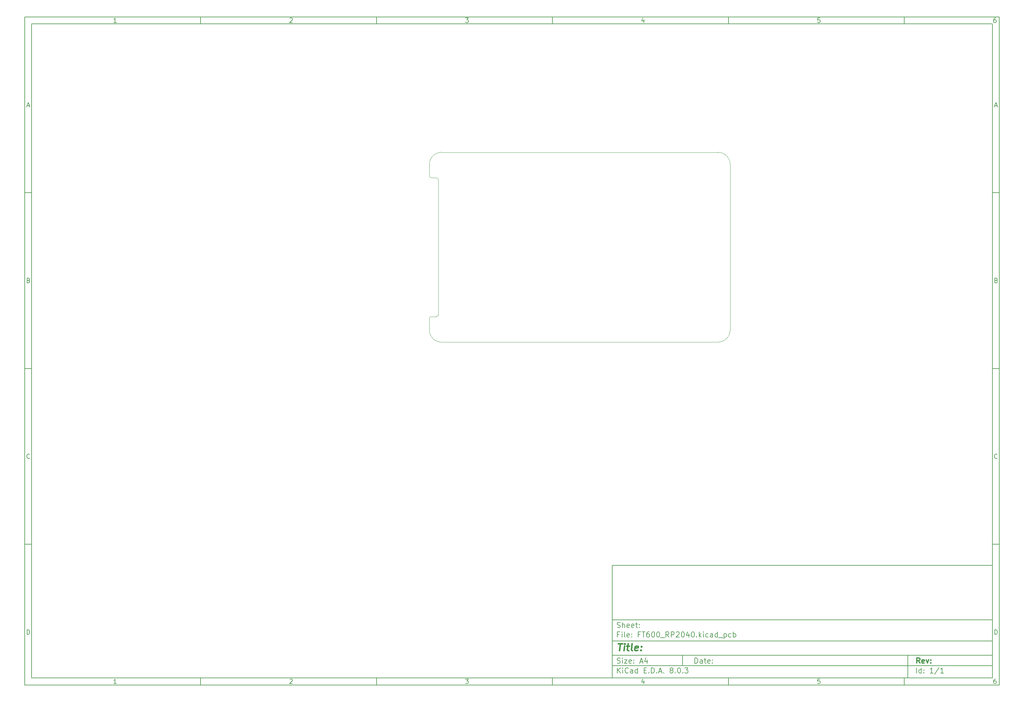
<source format=gbr>
%TF.GenerationSoftware,KiCad,Pcbnew,8.0.3-8.0.3-0~ubuntu22.04.1*%
%TF.CreationDate,2024-09-16T11:35:52+02:00*%
%TF.ProjectId,FT600_RP2040,46543630-305f-4525-9032-3034302e6b69,rev?*%
%TF.SameCoordinates,PX7735940PY61c06a0*%
%TF.FileFunction,Profile,NP*%
%FSLAX46Y46*%
G04 Gerber Fmt 4.6, Leading zero omitted, Abs format (unit mm)*
G04 Created by KiCad (PCBNEW 8.0.3-8.0.3-0~ubuntu22.04.1) date 2024-09-16 11:35:52*
%MOMM*%
%LPD*%
G01*
G04 APERTURE LIST*
%ADD10C,0.100000*%
%ADD11C,0.150000*%
%ADD12C,0.300000*%
%ADD13C,0.400000*%
%TA.AperFunction,Profile*%
%ADD14C,0.100000*%
%TD*%
G04 APERTURE END LIST*
D10*
D11*
X52002200Y-63507200D02*
X160002200Y-63507200D01*
X160002200Y-95507200D01*
X52002200Y-95507200D01*
X52002200Y-63507200D01*
D10*
D11*
X-115000000Y92500000D02*
X162002200Y92500000D01*
X162002200Y-97507200D01*
X-115000000Y-97507200D01*
X-115000000Y92500000D01*
D10*
D11*
X-113000000Y90500000D02*
X160002200Y90500000D01*
X160002200Y-95507200D01*
X-113000000Y-95507200D01*
X-113000000Y90500000D01*
D10*
D11*
X-65000000Y90500000D02*
X-65000000Y92500000D01*
D10*
D11*
X-15000000Y90500000D02*
X-15000000Y92500000D01*
D10*
D11*
X35000000Y90500000D02*
X35000000Y92500000D01*
D10*
D11*
X85000000Y90500000D02*
X85000000Y92500000D01*
D10*
D11*
X135000000Y90500000D02*
X135000000Y92500000D01*
D10*
D11*
X-88910840Y90906396D02*
X-89653697Y90906396D01*
X-89282269Y90906396D02*
X-89282269Y92206396D01*
X-89282269Y92206396D02*
X-89406078Y92020681D01*
X-89406078Y92020681D02*
X-89529888Y91896872D01*
X-89529888Y91896872D02*
X-89653697Y91834967D01*
D10*
D11*
X-39653697Y92082586D02*
X-39591793Y92144491D01*
X-39591793Y92144491D02*
X-39467983Y92206396D01*
X-39467983Y92206396D02*
X-39158459Y92206396D01*
X-39158459Y92206396D02*
X-39034650Y92144491D01*
X-39034650Y92144491D02*
X-38972745Y92082586D01*
X-38972745Y92082586D02*
X-38910840Y91958777D01*
X-38910840Y91958777D02*
X-38910840Y91834967D01*
X-38910840Y91834967D02*
X-38972745Y91649253D01*
X-38972745Y91649253D02*
X-39715602Y90906396D01*
X-39715602Y90906396D02*
X-38910840Y90906396D01*
D10*
D11*
X10284398Y92206396D02*
X11089160Y92206396D01*
X11089160Y92206396D02*
X10655826Y91711158D01*
X10655826Y91711158D02*
X10841541Y91711158D01*
X10841541Y91711158D02*
X10965350Y91649253D01*
X10965350Y91649253D02*
X11027255Y91587348D01*
X11027255Y91587348D02*
X11089160Y91463539D01*
X11089160Y91463539D02*
X11089160Y91154015D01*
X11089160Y91154015D02*
X11027255Y91030205D01*
X11027255Y91030205D02*
X10965350Y90968300D01*
X10965350Y90968300D02*
X10841541Y90906396D01*
X10841541Y90906396D02*
X10470112Y90906396D01*
X10470112Y90906396D02*
X10346303Y90968300D01*
X10346303Y90968300D02*
X10284398Y91030205D01*
D10*
D11*
X60965350Y91773062D02*
X60965350Y90906396D01*
X60655826Y92268300D02*
X60346303Y91339729D01*
X60346303Y91339729D02*
X61151064Y91339729D01*
D10*
D11*
X111027255Y92206396D02*
X110408207Y92206396D01*
X110408207Y92206396D02*
X110346303Y91587348D01*
X110346303Y91587348D02*
X110408207Y91649253D01*
X110408207Y91649253D02*
X110532017Y91711158D01*
X110532017Y91711158D02*
X110841541Y91711158D01*
X110841541Y91711158D02*
X110965350Y91649253D01*
X110965350Y91649253D02*
X111027255Y91587348D01*
X111027255Y91587348D02*
X111089160Y91463539D01*
X111089160Y91463539D02*
X111089160Y91154015D01*
X111089160Y91154015D02*
X111027255Y91030205D01*
X111027255Y91030205D02*
X110965350Y90968300D01*
X110965350Y90968300D02*
X110841541Y90906396D01*
X110841541Y90906396D02*
X110532017Y90906396D01*
X110532017Y90906396D02*
X110408207Y90968300D01*
X110408207Y90968300D02*
X110346303Y91030205D01*
D10*
D11*
X160965350Y92206396D02*
X160717731Y92206396D01*
X160717731Y92206396D02*
X160593922Y92144491D01*
X160593922Y92144491D02*
X160532017Y92082586D01*
X160532017Y92082586D02*
X160408207Y91896872D01*
X160408207Y91896872D02*
X160346303Y91649253D01*
X160346303Y91649253D02*
X160346303Y91154015D01*
X160346303Y91154015D02*
X160408207Y91030205D01*
X160408207Y91030205D02*
X160470112Y90968300D01*
X160470112Y90968300D02*
X160593922Y90906396D01*
X160593922Y90906396D02*
X160841541Y90906396D01*
X160841541Y90906396D02*
X160965350Y90968300D01*
X160965350Y90968300D02*
X161027255Y91030205D01*
X161027255Y91030205D02*
X161089160Y91154015D01*
X161089160Y91154015D02*
X161089160Y91463539D01*
X161089160Y91463539D02*
X161027255Y91587348D01*
X161027255Y91587348D02*
X160965350Y91649253D01*
X160965350Y91649253D02*
X160841541Y91711158D01*
X160841541Y91711158D02*
X160593922Y91711158D01*
X160593922Y91711158D02*
X160470112Y91649253D01*
X160470112Y91649253D02*
X160408207Y91587348D01*
X160408207Y91587348D02*
X160346303Y91463539D01*
D10*
D11*
X-65000000Y-95507200D02*
X-65000000Y-97507200D01*
D10*
D11*
X-15000000Y-95507200D02*
X-15000000Y-97507200D01*
D10*
D11*
X35000000Y-95507200D02*
X35000000Y-97507200D01*
D10*
D11*
X85000000Y-95507200D02*
X85000000Y-97507200D01*
D10*
D11*
X135000000Y-95507200D02*
X135000000Y-97507200D01*
D10*
D11*
X-88910840Y-97100804D02*
X-89653697Y-97100804D01*
X-89282269Y-97100804D02*
X-89282269Y-95800804D01*
X-89282269Y-95800804D02*
X-89406078Y-95986519D01*
X-89406078Y-95986519D02*
X-89529888Y-96110328D01*
X-89529888Y-96110328D02*
X-89653697Y-96172233D01*
D10*
D11*
X-39653697Y-95924614D02*
X-39591793Y-95862709D01*
X-39591793Y-95862709D02*
X-39467983Y-95800804D01*
X-39467983Y-95800804D02*
X-39158459Y-95800804D01*
X-39158459Y-95800804D02*
X-39034650Y-95862709D01*
X-39034650Y-95862709D02*
X-38972745Y-95924614D01*
X-38972745Y-95924614D02*
X-38910840Y-96048423D01*
X-38910840Y-96048423D02*
X-38910840Y-96172233D01*
X-38910840Y-96172233D02*
X-38972745Y-96357947D01*
X-38972745Y-96357947D02*
X-39715602Y-97100804D01*
X-39715602Y-97100804D02*
X-38910840Y-97100804D01*
D10*
D11*
X10284398Y-95800804D02*
X11089160Y-95800804D01*
X11089160Y-95800804D02*
X10655826Y-96296042D01*
X10655826Y-96296042D02*
X10841541Y-96296042D01*
X10841541Y-96296042D02*
X10965350Y-96357947D01*
X10965350Y-96357947D02*
X11027255Y-96419852D01*
X11027255Y-96419852D02*
X11089160Y-96543661D01*
X11089160Y-96543661D02*
X11089160Y-96853185D01*
X11089160Y-96853185D02*
X11027255Y-96976995D01*
X11027255Y-96976995D02*
X10965350Y-97038900D01*
X10965350Y-97038900D02*
X10841541Y-97100804D01*
X10841541Y-97100804D02*
X10470112Y-97100804D01*
X10470112Y-97100804D02*
X10346303Y-97038900D01*
X10346303Y-97038900D02*
X10284398Y-96976995D01*
D10*
D11*
X60965350Y-96234138D02*
X60965350Y-97100804D01*
X60655826Y-95738900D02*
X60346303Y-96667471D01*
X60346303Y-96667471D02*
X61151064Y-96667471D01*
D10*
D11*
X111027255Y-95800804D02*
X110408207Y-95800804D01*
X110408207Y-95800804D02*
X110346303Y-96419852D01*
X110346303Y-96419852D02*
X110408207Y-96357947D01*
X110408207Y-96357947D02*
X110532017Y-96296042D01*
X110532017Y-96296042D02*
X110841541Y-96296042D01*
X110841541Y-96296042D02*
X110965350Y-96357947D01*
X110965350Y-96357947D02*
X111027255Y-96419852D01*
X111027255Y-96419852D02*
X111089160Y-96543661D01*
X111089160Y-96543661D02*
X111089160Y-96853185D01*
X111089160Y-96853185D02*
X111027255Y-96976995D01*
X111027255Y-96976995D02*
X110965350Y-97038900D01*
X110965350Y-97038900D02*
X110841541Y-97100804D01*
X110841541Y-97100804D02*
X110532017Y-97100804D01*
X110532017Y-97100804D02*
X110408207Y-97038900D01*
X110408207Y-97038900D02*
X110346303Y-96976995D01*
D10*
D11*
X160965350Y-95800804D02*
X160717731Y-95800804D01*
X160717731Y-95800804D02*
X160593922Y-95862709D01*
X160593922Y-95862709D02*
X160532017Y-95924614D01*
X160532017Y-95924614D02*
X160408207Y-96110328D01*
X160408207Y-96110328D02*
X160346303Y-96357947D01*
X160346303Y-96357947D02*
X160346303Y-96853185D01*
X160346303Y-96853185D02*
X160408207Y-96976995D01*
X160408207Y-96976995D02*
X160470112Y-97038900D01*
X160470112Y-97038900D02*
X160593922Y-97100804D01*
X160593922Y-97100804D02*
X160841541Y-97100804D01*
X160841541Y-97100804D02*
X160965350Y-97038900D01*
X160965350Y-97038900D02*
X161027255Y-96976995D01*
X161027255Y-96976995D02*
X161089160Y-96853185D01*
X161089160Y-96853185D02*
X161089160Y-96543661D01*
X161089160Y-96543661D02*
X161027255Y-96419852D01*
X161027255Y-96419852D02*
X160965350Y-96357947D01*
X160965350Y-96357947D02*
X160841541Y-96296042D01*
X160841541Y-96296042D02*
X160593922Y-96296042D01*
X160593922Y-96296042D02*
X160470112Y-96357947D01*
X160470112Y-96357947D02*
X160408207Y-96419852D01*
X160408207Y-96419852D02*
X160346303Y-96543661D01*
D10*
D11*
X-115000000Y42500000D02*
X-113000000Y42500000D01*
D10*
D11*
X-115000000Y-7500000D02*
X-113000000Y-7500000D01*
D10*
D11*
X-115000000Y-57500000D02*
X-113000000Y-57500000D01*
D10*
D11*
X-114309524Y67277824D02*
X-113690477Y67277824D01*
X-114433334Y66906396D02*
X-114000001Y68206396D01*
X-114000001Y68206396D02*
X-113566667Y66906396D01*
D10*
D11*
X-113907143Y17587348D02*
X-113721429Y17525443D01*
X-113721429Y17525443D02*
X-113659524Y17463539D01*
X-113659524Y17463539D02*
X-113597620Y17339729D01*
X-113597620Y17339729D02*
X-113597620Y17154015D01*
X-113597620Y17154015D02*
X-113659524Y17030205D01*
X-113659524Y17030205D02*
X-113721429Y16968300D01*
X-113721429Y16968300D02*
X-113845239Y16906396D01*
X-113845239Y16906396D02*
X-114340477Y16906396D01*
X-114340477Y16906396D02*
X-114340477Y18206396D01*
X-114340477Y18206396D02*
X-113907143Y18206396D01*
X-113907143Y18206396D02*
X-113783334Y18144491D01*
X-113783334Y18144491D02*
X-113721429Y18082586D01*
X-113721429Y18082586D02*
X-113659524Y17958777D01*
X-113659524Y17958777D02*
X-113659524Y17834967D01*
X-113659524Y17834967D02*
X-113721429Y17711158D01*
X-113721429Y17711158D02*
X-113783334Y17649253D01*
X-113783334Y17649253D02*
X-113907143Y17587348D01*
X-113907143Y17587348D02*
X-114340477Y17587348D01*
D10*
D11*
X-113597620Y-32969795D02*
X-113659524Y-33031700D01*
X-113659524Y-33031700D02*
X-113845239Y-33093604D01*
X-113845239Y-33093604D02*
X-113969048Y-33093604D01*
X-113969048Y-33093604D02*
X-114154762Y-33031700D01*
X-114154762Y-33031700D02*
X-114278572Y-32907890D01*
X-114278572Y-32907890D02*
X-114340477Y-32784080D01*
X-114340477Y-32784080D02*
X-114402381Y-32536461D01*
X-114402381Y-32536461D02*
X-114402381Y-32350747D01*
X-114402381Y-32350747D02*
X-114340477Y-32103128D01*
X-114340477Y-32103128D02*
X-114278572Y-31979319D01*
X-114278572Y-31979319D02*
X-114154762Y-31855509D01*
X-114154762Y-31855509D02*
X-113969048Y-31793604D01*
X-113969048Y-31793604D02*
X-113845239Y-31793604D01*
X-113845239Y-31793604D02*
X-113659524Y-31855509D01*
X-113659524Y-31855509D02*
X-113597620Y-31917414D01*
D10*
D11*
X-114340477Y-83093604D02*
X-114340477Y-81793604D01*
X-114340477Y-81793604D02*
X-114030953Y-81793604D01*
X-114030953Y-81793604D02*
X-113845239Y-81855509D01*
X-113845239Y-81855509D02*
X-113721429Y-81979319D01*
X-113721429Y-81979319D02*
X-113659524Y-82103128D01*
X-113659524Y-82103128D02*
X-113597620Y-82350747D01*
X-113597620Y-82350747D02*
X-113597620Y-82536461D01*
X-113597620Y-82536461D02*
X-113659524Y-82784080D01*
X-113659524Y-82784080D02*
X-113721429Y-82907890D01*
X-113721429Y-82907890D02*
X-113845239Y-83031700D01*
X-113845239Y-83031700D02*
X-114030953Y-83093604D01*
X-114030953Y-83093604D02*
X-114340477Y-83093604D01*
D10*
D11*
X162002200Y42500000D02*
X160002200Y42500000D01*
D10*
D11*
X162002200Y-7500000D02*
X160002200Y-7500000D01*
D10*
D11*
X162002200Y-57500000D02*
X160002200Y-57500000D01*
D10*
D11*
X160692676Y67277824D02*
X161311723Y67277824D01*
X160568866Y66906396D02*
X161002199Y68206396D01*
X161002199Y68206396D02*
X161435533Y66906396D01*
D10*
D11*
X161095057Y17587348D02*
X161280771Y17525443D01*
X161280771Y17525443D02*
X161342676Y17463539D01*
X161342676Y17463539D02*
X161404580Y17339729D01*
X161404580Y17339729D02*
X161404580Y17154015D01*
X161404580Y17154015D02*
X161342676Y17030205D01*
X161342676Y17030205D02*
X161280771Y16968300D01*
X161280771Y16968300D02*
X161156961Y16906396D01*
X161156961Y16906396D02*
X160661723Y16906396D01*
X160661723Y16906396D02*
X160661723Y18206396D01*
X160661723Y18206396D02*
X161095057Y18206396D01*
X161095057Y18206396D02*
X161218866Y18144491D01*
X161218866Y18144491D02*
X161280771Y18082586D01*
X161280771Y18082586D02*
X161342676Y17958777D01*
X161342676Y17958777D02*
X161342676Y17834967D01*
X161342676Y17834967D02*
X161280771Y17711158D01*
X161280771Y17711158D02*
X161218866Y17649253D01*
X161218866Y17649253D02*
X161095057Y17587348D01*
X161095057Y17587348D02*
X160661723Y17587348D01*
D10*
D11*
X161404580Y-32969795D02*
X161342676Y-33031700D01*
X161342676Y-33031700D02*
X161156961Y-33093604D01*
X161156961Y-33093604D02*
X161033152Y-33093604D01*
X161033152Y-33093604D02*
X160847438Y-33031700D01*
X160847438Y-33031700D02*
X160723628Y-32907890D01*
X160723628Y-32907890D02*
X160661723Y-32784080D01*
X160661723Y-32784080D02*
X160599819Y-32536461D01*
X160599819Y-32536461D02*
X160599819Y-32350747D01*
X160599819Y-32350747D02*
X160661723Y-32103128D01*
X160661723Y-32103128D02*
X160723628Y-31979319D01*
X160723628Y-31979319D02*
X160847438Y-31855509D01*
X160847438Y-31855509D02*
X161033152Y-31793604D01*
X161033152Y-31793604D02*
X161156961Y-31793604D01*
X161156961Y-31793604D02*
X161342676Y-31855509D01*
X161342676Y-31855509D02*
X161404580Y-31917414D01*
D10*
D11*
X160661723Y-83093604D02*
X160661723Y-81793604D01*
X160661723Y-81793604D02*
X160971247Y-81793604D01*
X160971247Y-81793604D02*
X161156961Y-81855509D01*
X161156961Y-81855509D02*
X161280771Y-81979319D01*
X161280771Y-81979319D02*
X161342676Y-82103128D01*
X161342676Y-82103128D02*
X161404580Y-82350747D01*
X161404580Y-82350747D02*
X161404580Y-82536461D01*
X161404580Y-82536461D02*
X161342676Y-82784080D01*
X161342676Y-82784080D02*
X161280771Y-82907890D01*
X161280771Y-82907890D02*
X161156961Y-83031700D01*
X161156961Y-83031700D02*
X160971247Y-83093604D01*
X160971247Y-83093604D02*
X160661723Y-83093604D01*
D10*
D11*
X75458026Y-91293328D02*
X75458026Y-89793328D01*
X75458026Y-89793328D02*
X75815169Y-89793328D01*
X75815169Y-89793328D02*
X76029455Y-89864757D01*
X76029455Y-89864757D02*
X76172312Y-90007614D01*
X76172312Y-90007614D02*
X76243741Y-90150471D01*
X76243741Y-90150471D02*
X76315169Y-90436185D01*
X76315169Y-90436185D02*
X76315169Y-90650471D01*
X76315169Y-90650471D02*
X76243741Y-90936185D01*
X76243741Y-90936185D02*
X76172312Y-91079042D01*
X76172312Y-91079042D02*
X76029455Y-91221900D01*
X76029455Y-91221900D02*
X75815169Y-91293328D01*
X75815169Y-91293328D02*
X75458026Y-91293328D01*
X77600884Y-91293328D02*
X77600884Y-90507614D01*
X77600884Y-90507614D02*
X77529455Y-90364757D01*
X77529455Y-90364757D02*
X77386598Y-90293328D01*
X77386598Y-90293328D02*
X77100884Y-90293328D01*
X77100884Y-90293328D02*
X76958026Y-90364757D01*
X77600884Y-91221900D02*
X77458026Y-91293328D01*
X77458026Y-91293328D02*
X77100884Y-91293328D01*
X77100884Y-91293328D02*
X76958026Y-91221900D01*
X76958026Y-91221900D02*
X76886598Y-91079042D01*
X76886598Y-91079042D02*
X76886598Y-90936185D01*
X76886598Y-90936185D02*
X76958026Y-90793328D01*
X76958026Y-90793328D02*
X77100884Y-90721900D01*
X77100884Y-90721900D02*
X77458026Y-90721900D01*
X77458026Y-90721900D02*
X77600884Y-90650471D01*
X78100884Y-90293328D02*
X78672312Y-90293328D01*
X78315169Y-89793328D02*
X78315169Y-91079042D01*
X78315169Y-91079042D02*
X78386598Y-91221900D01*
X78386598Y-91221900D02*
X78529455Y-91293328D01*
X78529455Y-91293328D02*
X78672312Y-91293328D01*
X79743741Y-91221900D02*
X79600884Y-91293328D01*
X79600884Y-91293328D02*
X79315170Y-91293328D01*
X79315170Y-91293328D02*
X79172312Y-91221900D01*
X79172312Y-91221900D02*
X79100884Y-91079042D01*
X79100884Y-91079042D02*
X79100884Y-90507614D01*
X79100884Y-90507614D02*
X79172312Y-90364757D01*
X79172312Y-90364757D02*
X79315170Y-90293328D01*
X79315170Y-90293328D02*
X79600884Y-90293328D01*
X79600884Y-90293328D02*
X79743741Y-90364757D01*
X79743741Y-90364757D02*
X79815170Y-90507614D01*
X79815170Y-90507614D02*
X79815170Y-90650471D01*
X79815170Y-90650471D02*
X79100884Y-90793328D01*
X80458026Y-91150471D02*
X80529455Y-91221900D01*
X80529455Y-91221900D02*
X80458026Y-91293328D01*
X80458026Y-91293328D02*
X80386598Y-91221900D01*
X80386598Y-91221900D02*
X80458026Y-91150471D01*
X80458026Y-91150471D02*
X80458026Y-91293328D01*
X80458026Y-90364757D02*
X80529455Y-90436185D01*
X80529455Y-90436185D02*
X80458026Y-90507614D01*
X80458026Y-90507614D02*
X80386598Y-90436185D01*
X80386598Y-90436185D02*
X80458026Y-90364757D01*
X80458026Y-90364757D02*
X80458026Y-90507614D01*
D10*
D11*
X52002200Y-92007200D02*
X160002200Y-92007200D01*
D10*
D11*
X53458026Y-94093328D02*
X53458026Y-92593328D01*
X54315169Y-94093328D02*
X53672312Y-93236185D01*
X54315169Y-92593328D02*
X53458026Y-93450471D01*
X54958026Y-94093328D02*
X54958026Y-93093328D01*
X54958026Y-92593328D02*
X54886598Y-92664757D01*
X54886598Y-92664757D02*
X54958026Y-92736185D01*
X54958026Y-92736185D02*
X55029455Y-92664757D01*
X55029455Y-92664757D02*
X54958026Y-92593328D01*
X54958026Y-92593328D02*
X54958026Y-92736185D01*
X56529455Y-93950471D02*
X56458027Y-94021900D01*
X56458027Y-94021900D02*
X56243741Y-94093328D01*
X56243741Y-94093328D02*
X56100884Y-94093328D01*
X56100884Y-94093328D02*
X55886598Y-94021900D01*
X55886598Y-94021900D02*
X55743741Y-93879042D01*
X55743741Y-93879042D02*
X55672312Y-93736185D01*
X55672312Y-93736185D02*
X55600884Y-93450471D01*
X55600884Y-93450471D02*
X55600884Y-93236185D01*
X55600884Y-93236185D02*
X55672312Y-92950471D01*
X55672312Y-92950471D02*
X55743741Y-92807614D01*
X55743741Y-92807614D02*
X55886598Y-92664757D01*
X55886598Y-92664757D02*
X56100884Y-92593328D01*
X56100884Y-92593328D02*
X56243741Y-92593328D01*
X56243741Y-92593328D02*
X56458027Y-92664757D01*
X56458027Y-92664757D02*
X56529455Y-92736185D01*
X57815170Y-94093328D02*
X57815170Y-93307614D01*
X57815170Y-93307614D02*
X57743741Y-93164757D01*
X57743741Y-93164757D02*
X57600884Y-93093328D01*
X57600884Y-93093328D02*
X57315170Y-93093328D01*
X57315170Y-93093328D02*
X57172312Y-93164757D01*
X57815170Y-94021900D02*
X57672312Y-94093328D01*
X57672312Y-94093328D02*
X57315170Y-94093328D01*
X57315170Y-94093328D02*
X57172312Y-94021900D01*
X57172312Y-94021900D02*
X57100884Y-93879042D01*
X57100884Y-93879042D02*
X57100884Y-93736185D01*
X57100884Y-93736185D02*
X57172312Y-93593328D01*
X57172312Y-93593328D02*
X57315170Y-93521900D01*
X57315170Y-93521900D02*
X57672312Y-93521900D01*
X57672312Y-93521900D02*
X57815170Y-93450471D01*
X59172313Y-94093328D02*
X59172313Y-92593328D01*
X59172313Y-94021900D02*
X59029455Y-94093328D01*
X59029455Y-94093328D02*
X58743741Y-94093328D01*
X58743741Y-94093328D02*
X58600884Y-94021900D01*
X58600884Y-94021900D02*
X58529455Y-93950471D01*
X58529455Y-93950471D02*
X58458027Y-93807614D01*
X58458027Y-93807614D02*
X58458027Y-93379042D01*
X58458027Y-93379042D02*
X58529455Y-93236185D01*
X58529455Y-93236185D02*
X58600884Y-93164757D01*
X58600884Y-93164757D02*
X58743741Y-93093328D01*
X58743741Y-93093328D02*
X59029455Y-93093328D01*
X59029455Y-93093328D02*
X59172313Y-93164757D01*
X61029455Y-93307614D02*
X61529455Y-93307614D01*
X61743741Y-94093328D02*
X61029455Y-94093328D01*
X61029455Y-94093328D02*
X61029455Y-92593328D01*
X61029455Y-92593328D02*
X61743741Y-92593328D01*
X62386598Y-93950471D02*
X62458027Y-94021900D01*
X62458027Y-94021900D02*
X62386598Y-94093328D01*
X62386598Y-94093328D02*
X62315170Y-94021900D01*
X62315170Y-94021900D02*
X62386598Y-93950471D01*
X62386598Y-93950471D02*
X62386598Y-94093328D01*
X63100884Y-94093328D02*
X63100884Y-92593328D01*
X63100884Y-92593328D02*
X63458027Y-92593328D01*
X63458027Y-92593328D02*
X63672313Y-92664757D01*
X63672313Y-92664757D02*
X63815170Y-92807614D01*
X63815170Y-92807614D02*
X63886599Y-92950471D01*
X63886599Y-92950471D02*
X63958027Y-93236185D01*
X63958027Y-93236185D02*
X63958027Y-93450471D01*
X63958027Y-93450471D02*
X63886599Y-93736185D01*
X63886599Y-93736185D02*
X63815170Y-93879042D01*
X63815170Y-93879042D02*
X63672313Y-94021900D01*
X63672313Y-94021900D02*
X63458027Y-94093328D01*
X63458027Y-94093328D02*
X63100884Y-94093328D01*
X64600884Y-93950471D02*
X64672313Y-94021900D01*
X64672313Y-94021900D02*
X64600884Y-94093328D01*
X64600884Y-94093328D02*
X64529456Y-94021900D01*
X64529456Y-94021900D02*
X64600884Y-93950471D01*
X64600884Y-93950471D02*
X64600884Y-94093328D01*
X65243742Y-93664757D02*
X65958028Y-93664757D01*
X65100885Y-94093328D02*
X65600885Y-92593328D01*
X65600885Y-92593328D02*
X66100885Y-94093328D01*
X66600884Y-93950471D02*
X66672313Y-94021900D01*
X66672313Y-94021900D02*
X66600884Y-94093328D01*
X66600884Y-94093328D02*
X66529456Y-94021900D01*
X66529456Y-94021900D02*
X66600884Y-93950471D01*
X66600884Y-93950471D02*
X66600884Y-94093328D01*
X68672313Y-93236185D02*
X68529456Y-93164757D01*
X68529456Y-93164757D02*
X68458027Y-93093328D01*
X68458027Y-93093328D02*
X68386599Y-92950471D01*
X68386599Y-92950471D02*
X68386599Y-92879042D01*
X68386599Y-92879042D02*
X68458027Y-92736185D01*
X68458027Y-92736185D02*
X68529456Y-92664757D01*
X68529456Y-92664757D02*
X68672313Y-92593328D01*
X68672313Y-92593328D02*
X68958027Y-92593328D01*
X68958027Y-92593328D02*
X69100885Y-92664757D01*
X69100885Y-92664757D02*
X69172313Y-92736185D01*
X69172313Y-92736185D02*
X69243742Y-92879042D01*
X69243742Y-92879042D02*
X69243742Y-92950471D01*
X69243742Y-92950471D02*
X69172313Y-93093328D01*
X69172313Y-93093328D02*
X69100885Y-93164757D01*
X69100885Y-93164757D02*
X68958027Y-93236185D01*
X68958027Y-93236185D02*
X68672313Y-93236185D01*
X68672313Y-93236185D02*
X68529456Y-93307614D01*
X68529456Y-93307614D02*
X68458027Y-93379042D01*
X68458027Y-93379042D02*
X68386599Y-93521900D01*
X68386599Y-93521900D02*
X68386599Y-93807614D01*
X68386599Y-93807614D02*
X68458027Y-93950471D01*
X68458027Y-93950471D02*
X68529456Y-94021900D01*
X68529456Y-94021900D02*
X68672313Y-94093328D01*
X68672313Y-94093328D02*
X68958027Y-94093328D01*
X68958027Y-94093328D02*
X69100885Y-94021900D01*
X69100885Y-94021900D02*
X69172313Y-93950471D01*
X69172313Y-93950471D02*
X69243742Y-93807614D01*
X69243742Y-93807614D02*
X69243742Y-93521900D01*
X69243742Y-93521900D02*
X69172313Y-93379042D01*
X69172313Y-93379042D02*
X69100885Y-93307614D01*
X69100885Y-93307614D02*
X68958027Y-93236185D01*
X69886598Y-93950471D02*
X69958027Y-94021900D01*
X69958027Y-94021900D02*
X69886598Y-94093328D01*
X69886598Y-94093328D02*
X69815170Y-94021900D01*
X69815170Y-94021900D02*
X69886598Y-93950471D01*
X69886598Y-93950471D02*
X69886598Y-94093328D01*
X70886599Y-92593328D02*
X71029456Y-92593328D01*
X71029456Y-92593328D02*
X71172313Y-92664757D01*
X71172313Y-92664757D02*
X71243742Y-92736185D01*
X71243742Y-92736185D02*
X71315170Y-92879042D01*
X71315170Y-92879042D02*
X71386599Y-93164757D01*
X71386599Y-93164757D02*
X71386599Y-93521900D01*
X71386599Y-93521900D02*
X71315170Y-93807614D01*
X71315170Y-93807614D02*
X71243742Y-93950471D01*
X71243742Y-93950471D02*
X71172313Y-94021900D01*
X71172313Y-94021900D02*
X71029456Y-94093328D01*
X71029456Y-94093328D02*
X70886599Y-94093328D01*
X70886599Y-94093328D02*
X70743742Y-94021900D01*
X70743742Y-94021900D02*
X70672313Y-93950471D01*
X70672313Y-93950471D02*
X70600884Y-93807614D01*
X70600884Y-93807614D02*
X70529456Y-93521900D01*
X70529456Y-93521900D02*
X70529456Y-93164757D01*
X70529456Y-93164757D02*
X70600884Y-92879042D01*
X70600884Y-92879042D02*
X70672313Y-92736185D01*
X70672313Y-92736185D02*
X70743742Y-92664757D01*
X70743742Y-92664757D02*
X70886599Y-92593328D01*
X72029455Y-93950471D02*
X72100884Y-94021900D01*
X72100884Y-94021900D02*
X72029455Y-94093328D01*
X72029455Y-94093328D02*
X71958027Y-94021900D01*
X71958027Y-94021900D02*
X72029455Y-93950471D01*
X72029455Y-93950471D02*
X72029455Y-94093328D01*
X72600884Y-92593328D02*
X73529456Y-92593328D01*
X73529456Y-92593328D02*
X73029456Y-93164757D01*
X73029456Y-93164757D02*
X73243741Y-93164757D01*
X73243741Y-93164757D02*
X73386599Y-93236185D01*
X73386599Y-93236185D02*
X73458027Y-93307614D01*
X73458027Y-93307614D02*
X73529456Y-93450471D01*
X73529456Y-93450471D02*
X73529456Y-93807614D01*
X73529456Y-93807614D02*
X73458027Y-93950471D01*
X73458027Y-93950471D02*
X73386599Y-94021900D01*
X73386599Y-94021900D02*
X73243741Y-94093328D01*
X73243741Y-94093328D02*
X72815170Y-94093328D01*
X72815170Y-94093328D02*
X72672313Y-94021900D01*
X72672313Y-94021900D02*
X72600884Y-93950471D01*
D10*
D11*
X52002200Y-89007200D02*
X160002200Y-89007200D01*
D10*
D12*
X139413853Y-91285528D02*
X138913853Y-90571242D01*
X138556710Y-91285528D02*
X138556710Y-89785528D01*
X138556710Y-89785528D02*
X139128139Y-89785528D01*
X139128139Y-89785528D02*
X139270996Y-89856957D01*
X139270996Y-89856957D02*
X139342425Y-89928385D01*
X139342425Y-89928385D02*
X139413853Y-90071242D01*
X139413853Y-90071242D02*
X139413853Y-90285528D01*
X139413853Y-90285528D02*
X139342425Y-90428385D01*
X139342425Y-90428385D02*
X139270996Y-90499814D01*
X139270996Y-90499814D02*
X139128139Y-90571242D01*
X139128139Y-90571242D02*
X138556710Y-90571242D01*
X140628139Y-91214100D02*
X140485282Y-91285528D01*
X140485282Y-91285528D02*
X140199568Y-91285528D01*
X140199568Y-91285528D02*
X140056710Y-91214100D01*
X140056710Y-91214100D02*
X139985282Y-91071242D01*
X139985282Y-91071242D02*
X139985282Y-90499814D01*
X139985282Y-90499814D02*
X140056710Y-90356957D01*
X140056710Y-90356957D02*
X140199568Y-90285528D01*
X140199568Y-90285528D02*
X140485282Y-90285528D01*
X140485282Y-90285528D02*
X140628139Y-90356957D01*
X140628139Y-90356957D02*
X140699568Y-90499814D01*
X140699568Y-90499814D02*
X140699568Y-90642671D01*
X140699568Y-90642671D02*
X139985282Y-90785528D01*
X141199567Y-90285528D02*
X141556710Y-91285528D01*
X141556710Y-91285528D02*
X141913853Y-90285528D01*
X142485281Y-91142671D02*
X142556710Y-91214100D01*
X142556710Y-91214100D02*
X142485281Y-91285528D01*
X142485281Y-91285528D02*
X142413853Y-91214100D01*
X142413853Y-91214100D02*
X142485281Y-91142671D01*
X142485281Y-91142671D02*
X142485281Y-91285528D01*
X142485281Y-90356957D02*
X142556710Y-90428385D01*
X142556710Y-90428385D02*
X142485281Y-90499814D01*
X142485281Y-90499814D02*
X142413853Y-90428385D01*
X142413853Y-90428385D02*
X142485281Y-90356957D01*
X142485281Y-90356957D02*
X142485281Y-90499814D01*
D10*
D11*
X53386598Y-91221900D02*
X53600884Y-91293328D01*
X53600884Y-91293328D02*
X53958026Y-91293328D01*
X53958026Y-91293328D02*
X54100884Y-91221900D01*
X54100884Y-91221900D02*
X54172312Y-91150471D01*
X54172312Y-91150471D02*
X54243741Y-91007614D01*
X54243741Y-91007614D02*
X54243741Y-90864757D01*
X54243741Y-90864757D02*
X54172312Y-90721900D01*
X54172312Y-90721900D02*
X54100884Y-90650471D01*
X54100884Y-90650471D02*
X53958026Y-90579042D01*
X53958026Y-90579042D02*
X53672312Y-90507614D01*
X53672312Y-90507614D02*
X53529455Y-90436185D01*
X53529455Y-90436185D02*
X53458026Y-90364757D01*
X53458026Y-90364757D02*
X53386598Y-90221900D01*
X53386598Y-90221900D02*
X53386598Y-90079042D01*
X53386598Y-90079042D02*
X53458026Y-89936185D01*
X53458026Y-89936185D02*
X53529455Y-89864757D01*
X53529455Y-89864757D02*
X53672312Y-89793328D01*
X53672312Y-89793328D02*
X54029455Y-89793328D01*
X54029455Y-89793328D02*
X54243741Y-89864757D01*
X54886597Y-91293328D02*
X54886597Y-90293328D01*
X54886597Y-89793328D02*
X54815169Y-89864757D01*
X54815169Y-89864757D02*
X54886597Y-89936185D01*
X54886597Y-89936185D02*
X54958026Y-89864757D01*
X54958026Y-89864757D02*
X54886597Y-89793328D01*
X54886597Y-89793328D02*
X54886597Y-89936185D01*
X55458026Y-90293328D02*
X56243741Y-90293328D01*
X56243741Y-90293328D02*
X55458026Y-91293328D01*
X55458026Y-91293328D02*
X56243741Y-91293328D01*
X57386598Y-91221900D02*
X57243741Y-91293328D01*
X57243741Y-91293328D02*
X56958027Y-91293328D01*
X56958027Y-91293328D02*
X56815169Y-91221900D01*
X56815169Y-91221900D02*
X56743741Y-91079042D01*
X56743741Y-91079042D02*
X56743741Y-90507614D01*
X56743741Y-90507614D02*
X56815169Y-90364757D01*
X56815169Y-90364757D02*
X56958027Y-90293328D01*
X56958027Y-90293328D02*
X57243741Y-90293328D01*
X57243741Y-90293328D02*
X57386598Y-90364757D01*
X57386598Y-90364757D02*
X57458027Y-90507614D01*
X57458027Y-90507614D02*
X57458027Y-90650471D01*
X57458027Y-90650471D02*
X56743741Y-90793328D01*
X58100883Y-91150471D02*
X58172312Y-91221900D01*
X58172312Y-91221900D02*
X58100883Y-91293328D01*
X58100883Y-91293328D02*
X58029455Y-91221900D01*
X58029455Y-91221900D02*
X58100883Y-91150471D01*
X58100883Y-91150471D02*
X58100883Y-91293328D01*
X58100883Y-90364757D02*
X58172312Y-90436185D01*
X58172312Y-90436185D02*
X58100883Y-90507614D01*
X58100883Y-90507614D02*
X58029455Y-90436185D01*
X58029455Y-90436185D02*
X58100883Y-90364757D01*
X58100883Y-90364757D02*
X58100883Y-90507614D01*
X59886598Y-90864757D02*
X60600884Y-90864757D01*
X59743741Y-91293328D02*
X60243741Y-89793328D01*
X60243741Y-89793328D02*
X60743741Y-91293328D01*
X61886598Y-90293328D02*
X61886598Y-91293328D01*
X61529455Y-89721900D02*
X61172312Y-90793328D01*
X61172312Y-90793328D02*
X62100883Y-90793328D01*
D10*
D11*
X138458026Y-94093328D02*
X138458026Y-92593328D01*
X139815170Y-94093328D02*
X139815170Y-92593328D01*
X139815170Y-94021900D02*
X139672312Y-94093328D01*
X139672312Y-94093328D02*
X139386598Y-94093328D01*
X139386598Y-94093328D02*
X139243741Y-94021900D01*
X139243741Y-94021900D02*
X139172312Y-93950471D01*
X139172312Y-93950471D02*
X139100884Y-93807614D01*
X139100884Y-93807614D02*
X139100884Y-93379042D01*
X139100884Y-93379042D02*
X139172312Y-93236185D01*
X139172312Y-93236185D02*
X139243741Y-93164757D01*
X139243741Y-93164757D02*
X139386598Y-93093328D01*
X139386598Y-93093328D02*
X139672312Y-93093328D01*
X139672312Y-93093328D02*
X139815170Y-93164757D01*
X140529455Y-93950471D02*
X140600884Y-94021900D01*
X140600884Y-94021900D02*
X140529455Y-94093328D01*
X140529455Y-94093328D02*
X140458027Y-94021900D01*
X140458027Y-94021900D02*
X140529455Y-93950471D01*
X140529455Y-93950471D02*
X140529455Y-94093328D01*
X140529455Y-93164757D02*
X140600884Y-93236185D01*
X140600884Y-93236185D02*
X140529455Y-93307614D01*
X140529455Y-93307614D02*
X140458027Y-93236185D01*
X140458027Y-93236185D02*
X140529455Y-93164757D01*
X140529455Y-93164757D02*
X140529455Y-93307614D01*
X143172313Y-94093328D02*
X142315170Y-94093328D01*
X142743741Y-94093328D02*
X142743741Y-92593328D01*
X142743741Y-92593328D02*
X142600884Y-92807614D01*
X142600884Y-92807614D02*
X142458027Y-92950471D01*
X142458027Y-92950471D02*
X142315170Y-93021900D01*
X144886598Y-92521900D02*
X143600884Y-94450471D01*
X146172313Y-94093328D02*
X145315170Y-94093328D01*
X145743741Y-94093328D02*
X145743741Y-92593328D01*
X145743741Y-92593328D02*
X145600884Y-92807614D01*
X145600884Y-92807614D02*
X145458027Y-92950471D01*
X145458027Y-92950471D02*
X145315170Y-93021900D01*
D10*
D11*
X52002200Y-85007200D02*
X160002200Y-85007200D01*
D10*
D13*
X53693928Y-85711638D02*
X54836785Y-85711638D01*
X54015357Y-87711638D02*
X54265357Y-85711638D01*
X55253452Y-87711638D02*
X55420119Y-86378304D01*
X55503452Y-85711638D02*
X55396309Y-85806876D01*
X55396309Y-85806876D02*
X55479643Y-85902114D01*
X55479643Y-85902114D02*
X55586786Y-85806876D01*
X55586786Y-85806876D02*
X55503452Y-85711638D01*
X55503452Y-85711638D02*
X55479643Y-85902114D01*
X56086786Y-86378304D02*
X56848690Y-86378304D01*
X56455833Y-85711638D02*
X56241548Y-87425923D01*
X56241548Y-87425923D02*
X56312976Y-87616400D01*
X56312976Y-87616400D02*
X56491548Y-87711638D01*
X56491548Y-87711638D02*
X56682024Y-87711638D01*
X57634405Y-87711638D02*
X57455833Y-87616400D01*
X57455833Y-87616400D02*
X57384405Y-87425923D01*
X57384405Y-87425923D02*
X57598690Y-85711638D01*
X59170119Y-87616400D02*
X58967738Y-87711638D01*
X58967738Y-87711638D02*
X58586785Y-87711638D01*
X58586785Y-87711638D02*
X58408214Y-87616400D01*
X58408214Y-87616400D02*
X58336785Y-87425923D01*
X58336785Y-87425923D02*
X58432024Y-86664019D01*
X58432024Y-86664019D02*
X58551071Y-86473542D01*
X58551071Y-86473542D02*
X58753452Y-86378304D01*
X58753452Y-86378304D02*
X59134404Y-86378304D01*
X59134404Y-86378304D02*
X59312976Y-86473542D01*
X59312976Y-86473542D02*
X59384404Y-86664019D01*
X59384404Y-86664019D02*
X59360595Y-86854495D01*
X59360595Y-86854495D02*
X58384404Y-87044971D01*
X60134405Y-87521161D02*
X60217738Y-87616400D01*
X60217738Y-87616400D02*
X60110595Y-87711638D01*
X60110595Y-87711638D02*
X60027262Y-87616400D01*
X60027262Y-87616400D02*
X60134405Y-87521161D01*
X60134405Y-87521161D02*
X60110595Y-87711638D01*
X60265357Y-86473542D02*
X60348690Y-86568780D01*
X60348690Y-86568780D02*
X60241548Y-86664019D01*
X60241548Y-86664019D02*
X60158214Y-86568780D01*
X60158214Y-86568780D02*
X60265357Y-86473542D01*
X60265357Y-86473542D02*
X60241548Y-86664019D01*
D10*
D11*
X53958026Y-83107614D02*
X53458026Y-83107614D01*
X53458026Y-83893328D02*
X53458026Y-82393328D01*
X53458026Y-82393328D02*
X54172312Y-82393328D01*
X54743740Y-83893328D02*
X54743740Y-82893328D01*
X54743740Y-82393328D02*
X54672312Y-82464757D01*
X54672312Y-82464757D02*
X54743740Y-82536185D01*
X54743740Y-82536185D02*
X54815169Y-82464757D01*
X54815169Y-82464757D02*
X54743740Y-82393328D01*
X54743740Y-82393328D02*
X54743740Y-82536185D01*
X55672312Y-83893328D02*
X55529455Y-83821900D01*
X55529455Y-83821900D02*
X55458026Y-83679042D01*
X55458026Y-83679042D02*
X55458026Y-82393328D01*
X56815169Y-83821900D02*
X56672312Y-83893328D01*
X56672312Y-83893328D02*
X56386598Y-83893328D01*
X56386598Y-83893328D02*
X56243740Y-83821900D01*
X56243740Y-83821900D02*
X56172312Y-83679042D01*
X56172312Y-83679042D02*
X56172312Y-83107614D01*
X56172312Y-83107614D02*
X56243740Y-82964757D01*
X56243740Y-82964757D02*
X56386598Y-82893328D01*
X56386598Y-82893328D02*
X56672312Y-82893328D01*
X56672312Y-82893328D02*
X56815169Y-82964757D01*
X56815169Y-82964757D02*
X56886598Y-83107614D01*
X56886598Y-83107614D02*
X56886598Y-83250471D01*
X56886598Y-83250471D02*
X56172312Y-83393328D01*
X57529454Y-83750471D02*
X57600883Y-83821900D01*
X57600883Y-83821900D02*
X57529454Y-83893328D01*
X57529454Y-83893328D02*
X57458026Y-83821900D01*
X57458026Y-83821900D02*
X57529454Y-83750471D01*
X57529454Y-83750471D02*
X57529454Y-83893328D01*
X57529454Y-82964757D02*
X57600883Y-83036185D01*
X57600883Y-83036185D02*
X57529454Y-83107614D01*
X57529454Y-83107614D02*
X57458026Y-83036185D01*
X57458026Y-83036185D02*
X57529454Y-82964757D01*
X57529454Y-82964757D02*
X57529454Y-83107614D01*
X59886597Y-83107614D02*
X59386597Y-83107614D01*
X59386597Y-83893328D02*
X59386597Y-82393328D01*
X59386597Y-82393328D02*
X60100883Y-82393328D01*
X60458026Y-82393328D02*
X61315169Y-82393328D01*
X60886597Y-83893328D02*
X60886597Y-82393328D01*
X62458026Y-82393328D02*
X62172311Y-82393328D01*
X62172311Y-82393328D02*
X62029454Y-82464757D01*
X62029454Y-82464757D02*
X61958026Y-82536185D01*
X61958026Y-82536185D02*
X61815168Y-82750471D01*
X61815168Y-82750471D02*
X61743740Y-83036185D01*
X61743740Y-83036185D02*
X61743740Y-83607614D01*
X61743740Y-83607614D02*
X61815168Y-83750471D01*
X61815168Y-83750471D02*
X61886597Y-83821900D01*
X61886597Y-83821900D02*
X62029454Y-83893328D01*
X62029454Y-83893328D02*
X62315168Y-83893328D01*
X62315168Y-83893328D02*
X62458026Y-83821900D01*
X62458026Y-83821900D02*
X62529454Y-83750471D01*
X62529454Y-83750471D02*
X62600883Y-83607614D01*
X62600883Y-83607614D02*
X62600883Y-83250471D01*
X62600883Y-83250471D02*
X62529454Y-83107614D01*
X62529454Y-83107614D02*
X62458026Y-83036185D01*
X62458026Y-83036185D02*
X62315168Y-82964757D01*
X62315168Y-82964757D02*
X62029454Y-82964757D01*
X62029454Y-82964757D02*
X61886597Y-83036185D01*
X61886597Y-83036185D02*
X61815168Y-83107614D01*
X61815168Y-83107614D02*
X61743740Y-83250471D01*
X63529454Y-82393328D02*
X63672311Y-82393328D01*
X63672311Y-82393328D02*
X63815168Y-82464757D01*
X63815168Y-82464757D02*
X63886597Y-82536185D01*
X63886597Y-82536185D02*
X63958025Y-82679042D01*
X63958025Y-82679042D02*
X64029454Y-82964757D01*
X64029454Y-82964757D02*
X64029454Y-83321900D01*
X64029454Y-83321900D02*
X63958025Y-83607614D01*
X63958025Y-83607614D02*
X63886597Y-83750471D01*
X63886597Y-83750471D02*
X63815168Y-83821900D01*
X63815168Y-83821900D02*
X63672311Y-83893328D01*
X63672311Y-83893328D02*
X63529454Y-83893328D01*
X63529454Y-83893328D02*
X63386597Y-83821900D01*
X63386597Y-83821900D02*
X63315168Y-83750471D01*
X63315168Y-83750471D02*
X63243739Y-83607614D01*
X63243739Y-83607614D02*
X63172311Y-83321900D01*
X63172311Y-83321900D02*
X63172311Y-82964757D01*
X63172311Y-82964757D02*
X63243739Y-82679042D01*
X63243739Y-82679042D02*
X63315168Y-82536185D01*
X63315168Y-82536185D02*
X63386597Y-82464757D01*
X63386597Y-82464757D02*
X63529454Y-82393328D01*
X64958025Y-82393328D02*
X65100882Y-82393328D01*
X65100882Y-82393328D02*
X65243739Y-82464757D01*
X65243739Y-82464757D02*
X65315168Y-82536185D01*
X65315168Y-82536185D02*
X65386596Y-82679042D01*
X65386596Y-82679042D02*
X65458025Y-82964757D01*
X65458025Y-82964757D02*
X65458025Y-83321900D01*
X65458025Y-83321900D02*
X65386596Y-83607614D01*
X65386596Y-83607614D02*
X65315168Y-83750471D01*
X65315168Y-83750471D02*
X65243739Y-83821900D01*
X65243739Y-83821900D02*
X65100882Y-83893328D01*
X65100882Y-83893328D02*
X64958025Y-83893328D01*
X64958025Y-83893328D02*
X64815168Y-83821900D01*
X64815168Y-83821900D02*
X64743739Y-83750471D01*
X64743739Y-83750471D02*
X64672310Y-83607614D01*
X64672310Y-83607614D02*
X64600882Y-83321900D01*
X64600882Y-83321900D02*
X64600882Y-82964757D01*
X64600882Y-82964757D02*
X64672310Y-82679042D01*
X64672310Y-82679042D02*
X64743739Y-82536185D01*
X64743739Y-82536185D02*
X64815168Y-82464757D01*
X64815168Y-82464757D02*
X64958025Y-82393328D01*
X65743739Y-84036185D02*
X66886596Y-84036185D01*
X68100881Y-83893328D02*
X67600881Y-83179042D01*
X67243738Y-83893328D02*
X67243738Y-82393328D01*
X67243738Y-82393328D02*
X67815167Y-82393328D01*
X67815167Y-82393328D02*
X67958024Y-82464757D01*
X67958024Y-82464757D02*
X68029453Y-82536185D01*
X68029453Y-82536185D02*
X68100881Y-82679042D01*
X68100881Y-82679042D02*
X68100881Y-82893328D01*
X68100881Y-82893328D02*
X68029453Y-83036185D01*
X68029453Y-83036185D02*
X67958024Y-83107614D01*
X67958024Y-83107614D02*
X67815167Y-83179042D01*
X67815167Y-83179042D02*
X67243738Y-83179042D01*
X68743738Y-83893328D02*
X68743738Y-82393328D01*
X68743738Y-82393328D02*
X69315167Y-82393328D01*
X69315167Y-82393328D02*
X69458024Y-82464757D01*
X69458024Y-82464757D02*
X69529453Y-82536185D01*
X69529453Y-82536185D02*
X69600881Y-82679042D01*
X69600881Y-82679042D02*
X69600881Y-82893328D01*
X69600881Y-82893328D02*
X69529453Y-83036185D01*
X69529453Y-83036185D02*
X69458024Y-83107614D01*
X69458024Y-83107614D02*
X69315167Y-83179042D01*
X69315167Y-83179042D02*
X68743738Y-83179042D01*
X70172310Y-82536185D02*
X70243738Y-82464757D01*
X70243738Y-82464757D02*
X70386596Y-82393328D01*
X70386596Y-82393328D02*
X70743738Y-82393328D01*
X70743738Y-82393328D02*
X70886596Y-82464757D01*
X70886596Y-82464757D02*
X70958024Y-82536185D01*
X70958024Y-82536185D02*
X71029453Y-82679042D01*
X71029453Y-82679042D02*
X71029453Y-82821900D01*
X71029453Y-82821900D02*
X70958024Y-83036185D01*
X70958024Y-83036185D02*
X70100881Y-83893328D01*
X70100881Y-83893328D02*
X71029453Y-83893328D01*
X71958024Y-82393328D02*
X72100881Y-82393328D01*
X72100881Y-82393328D02*
X72243738Y-82464757D01*
X72243738Y-82464757D02*
X72315167Y-82536185D01*
X72315167Y-82536185D02*
X72386595Y-82679042D01*
X72386595Y-82679042D02*
X72458024Y-82964757D01*
X72458024Y-82964757D02*
X72458024Y-83321900D01*
X72458024Y-83321900D02*
X72386595Y-83607614D01*
X72386595Y-83607614D02*
X72315167Y-83750471D01*
X72315167Y-83750471D02*
X72243738Y-83821900D01*
X72243738Y-83821900D02*
X72100881Y-83893328D01*
X72100881Y-83893328D02*
X71958024Y-83893328D01*
X71958024Y-83893328D02*
X71815167Y-83821900D01*
X71815167Y-83821900D02*
X71743738Y-83750471D01*
X71743738Y-83750471D02*
X71672309Y-83607614D01*
X71672309Y-83607614D02*
X71600881Y-83321900D01*
X71600881Y-83321900D02*
X71600881Y-82964757D01*
X71600881Y-82964757D02*
X71672309Y-82679042D01*
X71672309Y-82679042D02*
X71743738Y-82536185D01*
X71743738Y-82536185D02*
X71815167Y-82464757D01*
X71815167Y-82464757D02*
X71958024Y-82393328D01*
X73743738Y-82893328D02*
X73743738Y-83893328D01*
X73386595Y-82321900D02*
X73029452Y-83393328D01*
X73029452Y-83393328D02*
X73958023Y-83393328D01*
X74815166Y-82393328D02*
X74958023Y-82393328D01*
X74958023Y-82393328D02*
X75100880Y-82464757D01*
X75100880Y-82464757D02*
X75172309Y-82536185D01*
X75172309Y-82536185D02*
X75243737Y-82679042D01*
X75243737Y-82679042D02*
X75315166Y-82964757D01*
X75315166Y-82964757D02*
X75315166Y-83321900D01*
X75315166Y-83321900D02*
X75243737Y-83607614D01*
X75243737Y-83607614D02*
X75172309Y-83750471D01*
X75172309Y-83750471D02*
X75100880Y-83821900D01*
X75100880Y-83821900D02*
X74958023Y-83893328D01*
X74958023Y-83893328D02*
X74815166Y-83893328D01*
X74815166Y-83893328D02*
X74672309Y-83821900D01*
X74672309Y-83821900D02*
X74600880Y-83750471D01*
X74600880Y-83750471D02*
X74529451Y-83607614D01*
X74529451Y-83607614D02*
X74458023Y-83321900D01*
X74458023Y-83321900D02*
X74458023Y-82964757D01*
X74458023Y-82964757D02*
X74529451Y-82679042D01*
X74529451Y-82679042D02*
X74600880Y-82536185D01*
X74600880Y-82536185D02*
X74672309Y-82464757D01*
X74672309Y-82464757D02*
X74815166Y-82393328D01*
X75958022Y-83750471D02*
X76029451Y-83821900D01*
X76029451Y-83821900D02*
X75958022Y-83893328D01*
X75958022Y-83893328D02*
X75886594Y-83821900D01*
X75886594Y-83821900D02*
X75958022Y-83750471D01*
X75958022Y-83750471D02*
X75958022Y-83893328D01*
X76672308Y-83893328D02*
X76672308Y-82393328D01*
X76815166Y-83321900D02*
X77243737Y-83893328D01*
X77243737Y-82893328D02*
X76672308Y-83464757D01*
X77886594Y-83893328D02*
X77886594Y-82893328D01*
X77886594Y-82393328D02*
X77815166Y-82464757D01*
X77815166Y-82464757D02*
X77886594Y-82536185D01*
X77886594Y-82536185D02*
X77958023Y-82464757D01*
X77958023Y-82464757D02*
X77886594Y-82393328D01*
X77886594Y-82393328D02*
X77886594Y-82536185D01*
X79243738Y-83821900D02*
X79100880Y-83893328D01*
X79100880Y-83893328D02*
X78815166Y-83893328D01*
X78815166Y-83893328D02*
X78672309Y-83821900D01*
X78672309Y-83821900D02*
X78600880Y-83750471D01*
X78600880Y-83750471D02*
X78529452Y-83607614D01*
X78529452Y-83607614D02*
X78529452Y-83179042D01*
X78529452Y-83179042D02*
X78600880Y-83036185D01*
X78600880Y-83036185D02*
X78672309Y-82964757D01*
X78672309Y-82964757D02*
X78815166Y-82893328D01*
X78815166Y-82893328D02*
X79100880Y-82893328D01*
X79100880Y-82893328D02*
X79243738Y-82964757D01*
X80529452Y-83893328D02*
X80529452Y-83107614D01*
X80529452Y-83107614D02*
X80458023Y-82964757D01*
X80458023Y-82964757D02*
X80315166Y-82893328D01*
X80315166Y-82893328D02*
X80029452Y-82893328D01*
X80029452Y-82893328D02*
X79886594Y-82964757D01*
X80529452Y-83821900D02*
X80386594Y-83893328D01*
X80386594Y-83893328D02*
X80029452Y-83893328D01*
X80029452Y-83893328D02*
X79886594Y-83821900D01*
X79886594Y-83821900D02*
X79815166Y-83679042D01*
X79815166Y-83679042D02*
X79815166Y-83536185D01*
X79815166Y-83536185D02*
X79886594Y-83393328D01*
X79886594Y-83393328D02*
X80029452Y-83321900D01*
X80029452Y-83321900D02*
X80386594Y-83321900D01*
X80386594Y-83321900D02*
X80529452Y-83250471D01*
X81886595Y-83893328D02*
X81886595Y-82393328D01*
X81886595Y-83821900D02*
X81743737Y-83893328D01*
X81743737Y-83893328D02*
X81458023Y-83893328D01*
X81458023Y-83893328D02*
X81315166Y-83821900D01*
X81315166Y-83821900D02*
X81243737Y-83750471D01*
X81243737Y-83750471D02*
X81172309Y-83607614D01*
X81172309Y-83607614D02*
X81172309Y-83179042D01*
X81172309Y-83179042D02*
X81243737Y-83036185D01*
X81243737Y-83036185D02*
X81315166Y-82964757D01*
X81315166Y-82964757D02*
X81458023Y-82893328D01*
X81458023Y-82893328D02*
X81743737Y-82893328D01*
X81743737Y-82893328D02*
X81886595Y-82964757D01*
X82243738Y-84036185D02*
X83386595Y-84036185D01*
X83743737Y-82893328D02*
X83743737Y-84393328D01*
X83743737Y-82964757D02*
X83886595Y-82893328D01*
X83886595Y-82893328D02*
X84172309Y-82893328D01*
X84172309Y-82893328D02*
X84315166Y-82964757D01*
X84315166Y-82964757D02*
X84386595Y-83036185D01*
X84386595Y-83036185D02*
X84458023Y-83179042D01*
X84458023Y-83179042D02*
X84458023Y-83607614D01*
X84458023Y-83607614D02*
X84386595Y-83750471D01*
X84386595Y-83750471D02*
X84315166Y-83821900D01*
X84315166Y-83821900D02*
X84172309Y-83893328D01*
X84172309Y-83893328D02*
X83886595Y-83893328D01*
X83886595Y-83893328D02*
X83743737Y-83821900D01*
X85743738Y-83821900D02*
X85600880Y-83893328D01*
X85600880Y-83893328D02*
X85315166Y-83893328D01*
X85315166Y-83893328D02*
X85172309Y-83821900D01*
X85172309Y-83821900D02*
X85100880Y-83750471D01*
X85100880Y-83750471D02*
X85029452Y-83607614D01*
X85029452Y-83607614D02*
X85029452Y-83179042D01*
X85029452Y-83179042D02*
X85100880Y-83036185D01*
X85100880Y-83036185D02*
X85172309Y-82964757D01*
X85172309Y-82964757D02*
X85315166Y-82893328D01*
X85315166Y-82893328D02*
X85600880Y-82893328D01*
X85600880Y-82893328D02*
X85743738Y-82964757D01*
X86386594Y-83893328D02*
X86386594Y-82393328D01*
X86386594Y-82964757D02*
X86529452Y-82893328D01*
X86529452Y-82893328D02*
X86815166Y-82893328D01*
X86815166Y-82893328D02*
X86958023Y-82964757D01*
X86958023Y-82964757D02*
X87029452Y-83036185D01*
X87029452Y-83036185D02*
X87100880Y-83179042D01*
X87100880Y-83179042D02*
X87100880Y-83607614D01*
X87100880Y-83607614D02*
X87029452Y-83750471D01*
X87029452Y-83750471D02*
X86958023Y-83821900D01*
X86958023Y-83821900D02*
X86815166Y-83893328D01*
X86815166Y-83893328D02*
X86529452Y-83893328D01*
X86529452Y-83893328D02*
X86386594Y-83821900D01*
D10*
D11*
X52002200Y-79007200D02*
X160002200Y-79007200D01*
D10*
D11*
X53386598Y-81121900D02*
X53600884Y-81193328D01*
X53600884Y-81193328D02*
X53958026Y-81193328D01*
X53958026Y-81193328D02*
X54100884Y-81121900D01*
X54100884Y-81121900D02*
X54172312Y-81050471D01*
X54172312Y-81050471D02*
X54243741Y-80907614D01*
X54243741Y-80907614D02*
X54243741Y-80764757D01*
X54243741Y-80764757D02*
X54172312Y-80621900D01*
X54172312Y-80621900D02*
X54100884Y-80550471D01*
X54100884Y-80550471D02*
X53958026Y-80479042D01*
X53958026Y-80479042D02*
X53672312Y-80407614D01*
X53672312Y-80407614D02*
X53529455Y-80336185D01*
X53529455Y-80336185D02*
X53458026Y-80264757D01*
X53458026Y-80264757D02*
X53386598Y-80121900D01*
X53386598Y-80121900D02*
X53386598Y-79979042D01*
X53386598Y-79979042D02*
X53458026Y-79836185D01*
X53458026Y-79836185D02*
X53529455Y-79764757D01*
X53529455Y-79764757D02*
X53672312Y-79693328D01*
X53672312Y-79693328D02*
X54029455Y-79693328D01*
X54029455Y-79693328D02*
X54243741Y-79764757D01*
X54886597Y-81193328D02*
X54886597Y-79693328D01*
X55529455Y-81193328D02*
X55529455Y-80407614D01*
X55529455Y-80407614D02*
X55458026Y-80264757D01*
X55458026Y-80264757D02*
X55315169Y-80193328D01*
X55315169Y-80193328D02*
X55100883Y-80193328D01*
X55100883Y-80193328D02*
X54958026Y-80264757D01*
X54958026Y-80264757D02*
X54886597Y-80336185D01*
X56815169Y-81121900D02*
X56672312Y-81193328D01*
X56672312Y-81193328D02*
X56386598Y-81193328D01*
X56386598Y-81193328D02*
X56243740Y-81121900D01*
X56243740Y-81121900D02*
X56172312Y-80979042D01*
X56172312Y-80979042D02*
X56172312Y-80407614D01*
X56172312Y-80407614D02*
X56243740Y-80264757D01*
X56243740Y-80264757D02*
X56386598Y-80193328D01*
X56386598Y-80193328D02*
X56672312Y-80193328D01*
X56672312Y-80193328D02*
X56815169Y-80264757D01*
X56815169Y-80264757D02*
X56886598Y-80407614D01*
X56886598Y-80407614D02*
X56886598Y-80550471D01*
X56886598Y-80550471D02*
X56172312Y-80693328D01*
X58100883Y-81121900D02*
X57958026Y-81193328D01*
X57958026Y-81193328D02*
X57672312Y-81193328D01*
X57672312Y-81193328D02*
X57529454Y-81121900D01*
X57529454Y-81121900D02*
X57458026Y-80979042D01*
X57458026Y-80979042D02*
X57458026Y-80407614D01*
X57458026Y-80407614D02*
X57529454Y-80264757D01*
X57529454Y-80264757D02*
X57672312Y-80193328D01*
X57672312Y-80193328D02*
X57958026Y-80193328D01*
X57958026Y-80193328D02*
X58100883Y-80264757D01*
X58100883Y-80264757D02*
X58172312Y-80407614D01*
X58172312Y-80407614D02*
X58172312Y-80550471D01*
X58172312Y-80550471D02*
X57458026Y-80693328D01*
X58600883Y-80193328D02*
X59172311Y-80193328D01*
X58815168Y-79693328D02*
X58815168Y-80979042D01*
X58815168Y-80979042D02*
X58886597Y-81121900D01*
X58886597Y-81121900D02*
X59029454Y-81193328D01*
X59029454Y-81193328D02*
X59172311Y-81193328D01*
X59672311Y-81050471D02*
X59743740Y-81121900D01*
X59743740Y-81121900D02*
X59672311Y-81193328D01*
X59672311Y-81193328D02*
X59600883Y-81121900D01*
X59600883Y-81121900D02*
X59672311Y-81050471D01*
X59672311Y-81050471D02*
X59672311Y-81193328D01*
X59672311Y-80264757D02*
X59743740Y-80336185D01*
X59743740Y-80336185D02*
X59672311Y-80407614D01*
X59672311Y-80407614D02*
X59600883Y-80336185D01*
X59600883Y-80336185D02*
X59672311Y-80264757D01*
X59672311Y-80264757D02*
X59672311Y-80407614D01*
D10*
D11*
X72002200Y-89007200D02*
X72002200Y-92007200D01*
D10*
D11*
X136002200Y-89007200D02*
X136002200Y-95507200D01*
D14*
X2000000Y46750000D02*
G75*
G02*
X2500000Y46250000I0J-500000D01*
G01*
X0Y3500000D02*
X0Y6750000D01*
X0Y50500000D02*
X0Y47250000D01*
X3500000Y0D02*
G75*
G02*
X0Y3500000I0J3500000D01*
G01*
X2500000Y7750000D02*
G75*
G02*
X2000000Y7250000I-500000J0D01*
G01*
X0Y6750000D02*
G75*
G02*
X500000Y7250000I500000J0D01*
G01*
X2500000Y46250000D02*
X2500000Y7750000D01*
X0Y50500000D02*
G75*
G02*
X3500000Y54000000I3500000J0D01*
G01*
X82000000Y54000000D02*
G75*
G02*
X85500000Y50500000I0J-3500000D01*
G01*
X3500000Y54000000D02*
X82000000Y54000000D01*
X82000000Y0D02*
X3500000Y0D01*
X85500000Y3500000D02*
G75*
G02*
X82000000Y0I-3500000J0D01*
G01*
X85500000Y50500000D02*
X85500000Y3500000D01*
X500000Y46750000D02*
G75*
G02*
X0Y47250000I0J500000D01*
G01*
X500000Y46750000D02*
X2000000Y46750000D01*
X2000000Y7250000D02*
X500000Y7250000D01*
M02*

</source>
